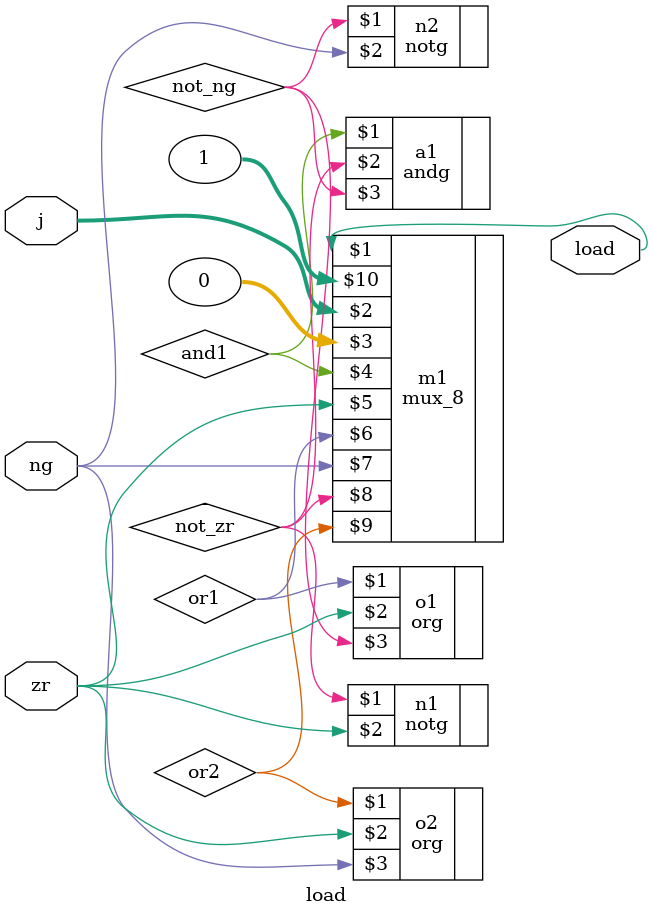
<source format=v>
`timescale 1ns / 1ps


module load(load, j, zr, ng );
input zr, ng;
input [2:0]j;
output load;
wire not_zr, not_ng, and1, or1, or2 ;

notg n1(not_zr, zr);
notg n2(not_ng, ng);

andg a1(and1, not_zr, not_ng);

org o1(or1, zr, not_ng);
org o2(or2, zr, ng);

mux_8 m1(load, j, 0, and1, zr, or1, ng, not_zr, or2, 1);


endmodule

</source>
